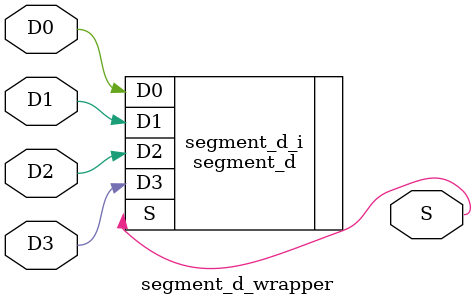
<source format=v>
`timescale 1 ps / 1 ps

module segment_d_wrapper
   (D0,
    D1,
    D2,
    D3,
    S);
  input D0;
  input D1;
  input D2;
  input D3;
  output S;

  wire D0;
  wire D1;
  wire D2;
  wire D3;
  wire S;

  segment_d segment_d_i
       (.D0(D0),
        .D1(D1),
        .D2(D2),
        .D3(D3),
        .S(S));
endmodule

</source>
